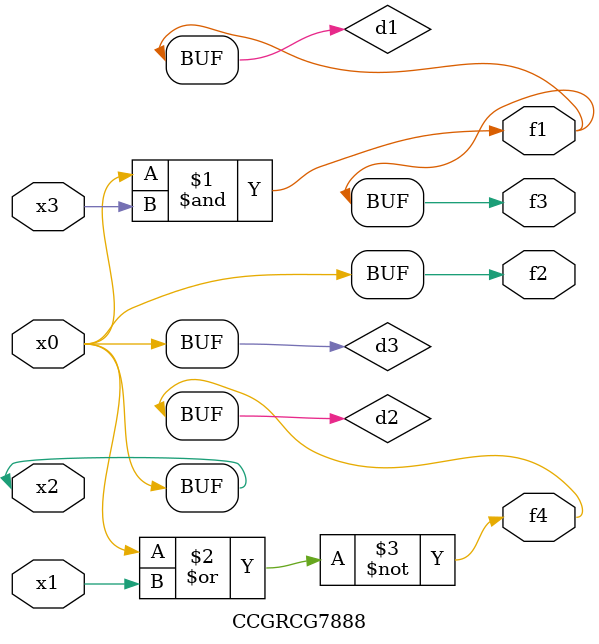
<source format=v>
module CCGRCG7888(
	input x0, x1, x2, x3,
	output f1, f2, f3, f4
);

	wire d1, d2, d3;

	and (d1, x2, x3);
	nor (d2, x0, x1);
	buf (d3, x0, x2);
	assign f1 = d1;
	assign f2 = d3;
	assign f3 = d1;
	assign f4 = d2;
endmodule

</source>
